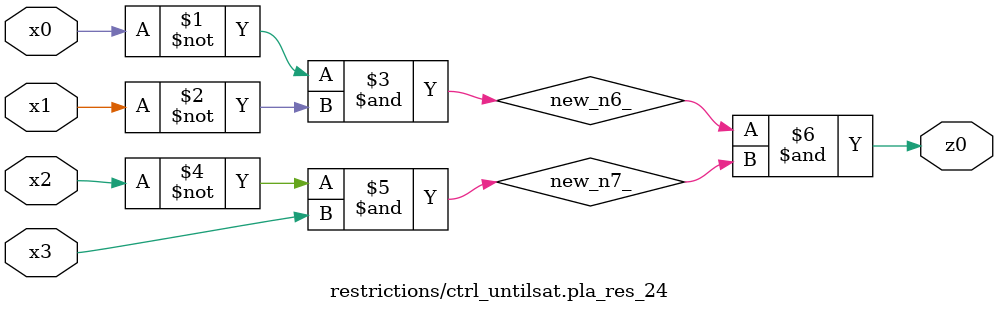
<source format=v>

module \restrictions/ctrl_untilsat.pla_res_24  ( 
    x0, x1, x2, x3,
    z0  );
  input  x0, x1, x2, x3;
  output z0;
  wire new_n6_, new_n7_;
  assign new_n6_ = ~x0 & ~x1;
  assign new_n7_ = ~x2 & x3;
  assign z0 = new_n6_ & new_n7_;
endmodule



</source>
